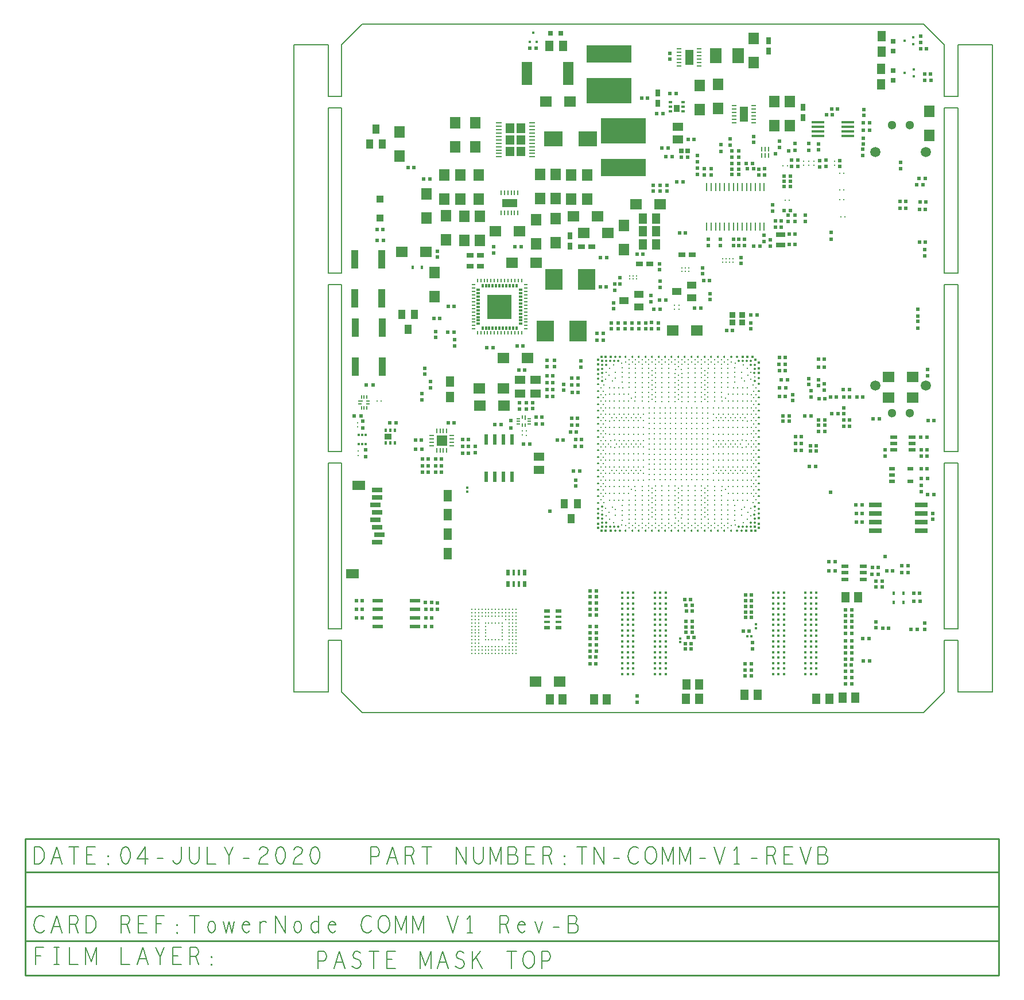
<source format=gbr>
G04 ================== begin FILE IDENTIFICATION RECORD ==================*
G04 Layout Name:  E:/CAD/CAD/FACEBOOK/COM V1/WORK/22-12-20/COM_V1_P2_21-12-2020_4.brd*
G04 Film Name:    COM_V1_P2-PT.gbr*
G04 File Format:  Gerber RS274X*
G04 File Origin:  Cadence Allegro 16.6-2015-S108*
G04 Origin Date:  Fri Dec 25 11:50:56 2020*
G04 *
G04 Layer:  DRAWING FORMAT/FILM_LABEL_OUTLINE*
G04 Layer:  PIN/PASTEMASK_TOP*
G04 Layer:  PACKAGE GEOMETRY/PASTEMASK_TOP*
G04 Layer:  BOARD GEOMETRY/OUTLINE*
G04 *
G04 Offset:    (0.000 0.000)*
G04 Mirror:    No*
G04 Mode:      Positive*
G04 Rotation:  0*
G04 FullContactRelief:  No*
G04 UndefLineWidth:     6.000*
G04 ================== end FILE IDENTIFICATION RECORD ====================*
%FSLAX55Y55*MOIN*%
%IR0*IPPOS*OFA0.00000B0.00000*MIA0B0*SFA1.00000B1.00000*%
%ADD31R,.021X.007*%
%ADD29R,.007X.021*%
%AMMACRO52*
4,1,22,-.015709,-.0045,
-.015709,.0045,
.011193,.0045,
.011975,.004435,
.012733,.004235,
.013446,.003907,
.01409,.00346,
.014647,.002908,
.0151,.002267,
.015435,.001558,
.015641,.000801,
.015713,.00002,
.015648,-.000762,
.015448,-.001521,
.01512,-.002233,
.014672,-.002878,
.01412,-.003435,
.01348,-.003887,
.01277,-.004222,
.012013,-.004428,
.011232,-.0045,
.011193,-.0045,
-.015709,-.0045,
0.0*
%
%ADD52MACRO52*%
%ADD79R,.106X.087*%
%ADD32R,.14X.14*%
%ADD51R,.059X.138*%
%ADD68C,.009055*%
%ADD22C,.009449*%
%ADD42R,.023622X.007874*%
%ADD43R,.007874X.023622*%
%ADD33R,.03937X.108268*%
%ADD74R,.009843X.051575*%
%ADD41R,.007874X.007874*%
%ADD27R,.1X.12*%
%ADD91R,.008661X.027559*%
%ADD38O,.007874X.029528*%
%ADD39O,.029528X.007874*%
%ADD77R,.26X.1*%
%ADD28R,.012X.02*%
%ADD45R,.027559X.007874*%
%ADD30R,.02X.012*%
%ADD61O,.0135X.01*%
%ADD44R,.007874X.027559*%
%ADD40R,.04X.03*%
%ADD80R,.03X.04*%
%ADD64O,.01X.0135*%
%ADD75R,.02X.016*%
%ADD78R,.26X.15*%
%ADD24R,.016X.02*%
%ADD72R,.027X.011*%
%ADD36R,.06X.05*%
%ADD21R,.017X.012*%
%ADD85R,.012X.017*%
%ADD49R,.011X.027*%
%ADD35R,.05X.06*%
%ADD10R,.07X.06*%
%AMMACRO53*
4,1,22,.015709,.0045,
.015709,-.0045,
-.011193,-.0045,
-.011975,-.004435,
-.012733,-.004235,
-.013446,-.003907,
-.01409,-.00346,
-.014647,-.002908,
-.0151,-.002267,
-.015435,-.001558,
-.015641,-.000801,
-.015713,-.00002,
-.015648,.000762,
-.015448,.001521,
-.01512,.002233,
-.014672,.002878,
-.01412,.003435,
-.01348,.003887,
-.01277,.004222,
-.012013,.004428,
-.011232,.0045,
-.011193,.0045,
.015709,.0045,
0.0*
%
%ADD53MACRO53*%
%ADD34R,.06X.07*%
%ADD76R,.038X.041*%
%ADD63C,.011*%
%ADD18R,.045X.07*%
%ADD69R,.037X.033*%
%ADD62C,.012*%
%ADD25R,.041X.038*%
%ADD65C,.013*%
%ADD92R,.075X.015*%
%ADD60C,.014*%
%ADD46R,.0118X.0181*%
%ADD14R,.059X.051*%
%ADD84R,.076X.025*%
%ADD71R,.065X.09*%
%ADD59C,.016*%
%ADD57R,.051X.059*%
%ADD50R,.091X.047*%
%ADD73R,.047X.091*%
%ADD70R,.055X.039*%
%ADD16R,.075X.055*%
%ADD47R,.0248X.02205*%
%ADD26R,.039X.055*%
%ADD13R,.02X.02*%
%ADD48R,.02205X.0248*%
%ADD15R,.059X.028*%
%ADD82R,.031X.031*%
%ADD17R,.075X.058*%
%ADD93R,.016142X.011811*%
%ADD55R,.011811X.016142*%
%ADD88C,.051181*%
%ADD81R,.028X.028*%
%ADD56R,.024402X.024402*%
%ADD19R,.023622X.035433*%
%ADD66R,.035433X.023622*%
%ADD37R,.061024X.061024*%
%ADD89C,.059055*%
%ADD54R,.043307X.043307*%
%ADD58C,.015748*%
%ADD83R,.03937X.021654*%
%ADD20R,.015748X.035433*%
%ADD67R,.035433X.015748*%
%ADD11R,.023622X.059843*%
%ADD12R,.059843X.023622*%
%ADD86R,.037402X.019685*%
%ADD90R,.055118X.027559*%
%ADD87R,.03937X.019685*%
%ADD23R,.015748X.019685*%
%ADD94C,.005*%
%ADD95C,.006*%
%ADD96C,.01*%
G75*
%LPD*%
G75*
G36*
G01X101524Y336613D02*
Y342124D01*
X106642D01*
Y336613D01*
X101524D01*
G37*
G36*
G01X95225D02*
Y342124D01*
X100343D01*
Y336613D01*
X95225D01*
G37*
G36*
G01Y323227D02*
Y328739D01*
X100343D01*
Y323227D01*
X95225D01*
G37*
G36*
G01X101524D02*
Y328739D01*
X106642D01*
Y323227D01*
X101524D01*
G37*
G36*
G01X95225Y329920D02*
Y335432D01*
X100343D01*
Y329920D01*
X95225D01*
G37*
G36*
G01X101524D02*
Y335432D01*
X106642D01*
Y329920D01*
X101524D01*
G37*
G54D10*
X112729Y17855D03*
X94094Y178154D03*
X80094D03*
X94025Y188177D03*
X80025D03*
X107753Y205904D03*
X93753D03*
X112989Y261376D03*
X98989D03*
X103224Y279468D03*
X89224D03*
X34752Y267540D03*
X48752D03*
X126729Y17855D03*
X206310Y222114D03*
X192310D03*
X148516Y288302D03*
X134516D03*
X118458Y354900D03*
X132458D03*
X184806Y295447D03*
X170806D03*
X154597Y278750D03*
X140597D03*
X331602Y182942D03*
X317602D03*
X331714Y195109D03*
X317714D03*
G54D11*
X98963Y136914D03*
X93963D03*
X88963D03*
X83963D03*
X88963Y158489D03*
X83963D03*
X98963D03*
X93963D03*
G54D20*
X103036Y74592D03*
X99886D03*
Y81284D03*
X103036D03*
G54D12*
X42598Y49982D03*
X21023D03*
X42598Y54982D03*
X21023D03*
X42598Y59982D03*
X21023D03*
X42598Y64982D03*
X21023D03*
G54D21*
X73066Y130591D03*
Y128407D03*
X196477Y43020D03*
Y40836D03*
X240451Y51241D03*
Y49057D03*
G54D30*
X79331Y233707D03*
Y235676D03*
Y231739D03*
X103937Y241582D03*
Y235676D03*
Y239613D03*
Y233707D03*
Y231739D03*
X79331Y243550D03*
Y241582D03*
Y239613D03*
Y227802D03*
Y229770D03*
X103937Y243550D03*
Y227802D03*
Y229770D03*
X79331Y225833D03*
X103937D03*
Y237645D03*
X79331D03*
X103937Y245519D03*
X79331D03*
G54D13*
X50336Y139702D03*
X46836D03*
X57936D03*
X54436D03*
X11992Y64982D03*
X8492D03*
X12000Y59982D03*
X8500D03*
X12060Y54981D03*
X8560D03*
X52236Y63877D03*
X48736D03*
X48761Y59990D03*
X52261D03*
X52206Y49928D03*
X48706D03*
X52266Y55019D03*
X48766D03*
X55424Y63520D03*
Y60020D03*
X109134Y155976D03*
X105634D03*
X28031Y168139D03*
X31531D03*
X50336Y147261D03*
X46836D03*
X57936Y147210D03*
X54436D03*
X92508Y167135D03*
X89008D03*
X46391Y158348D03*
X42891D03*
X46418Y152916D03*
X42918D03*
X73682Y150655D03*
X70182D03*
X77695Y154468D03*
Y150968D03*
X50336Y143202D03*
X46836D03*
X57936D03*
X54436D03*
X73682Y154671D03*
X70182D03*
X65344Y168235D03*
X61844D03*
X73638Y158742D03*
X70138D03*
X112918Y167607D03*
X112815Y171666D03*
X102756Y199092D03*
X106256D03*
X84313Y212023D03*
X87813D03*
X65548Y216618D03*
Y213118D03*
X105366Y212886D03*
X101866D03*
X54570Y221416D03*
Y217916D03*
X65103Y220822D03*
X61603D03*
X65408Y235937D03*
X61908D03*
X53532Y228983D03*
X57032D03*
X98298Y165244D03*
Y169766D03*
X103379Y176378D03*
Y179878D03*
X110865Y176494D03*
Y179994D03*
X107309Y179878D03*
Y176378D03*
X46668Y181626D03*
Y185126D03*
X48273Y199959D03*
Y196459D03*
X24103Y274330D03*
X20603D03*
X38484Y316676D03*
X41984D03*
X55675Y268047D03*
Y264546D03*
X20575Y280659D03*
X24075D03*
X47638Y309809D03*
X51138D03*
X88127Y266981D03*
Y270481D03*
X100721Y270666D03*
X104221D03*
X234342Y21240D03*
X171664Y9590D03*
Y6090D03*
X203536Y49729D03*
X200036D03*
X204709Y43505D03*
X201209D03*
X144179Y28426D03*
X147679D03*
X144311Y49801D03*
X147811D03*
X234342Y28274D03*
Y24653D03*
X234534Y61568D03*
Y55187D03*
Y58350D03*
X234479Y64896D03*
Y68168D03*
X144315Y60038D03*
X147815D03*
X203536Y46620D03*
X200036D03*
X202622Y65717D03*
X199122D03*
X203536Y52892D03*
X200036D03*
X144315Y35698D03*
X147815D03*
X203536Y62382D03*
X200036D03*
X203591Y59054D03*
X200091D03*
X144315Y56573D03*
X147815D03*
X144315Y39408D03*
X147815D03*
X144315Y70588D03*
X147815D03*
X144315Y67123D03*
X147815D03*
X144315Y42898D03*
X147815D03*
X144315Y46389D03*
X147815D03*
X144315Y63658D03*
X147815D03*
X144216Y32313D03*
X147716D03*
X199453Y36870D03*
X202953D03*
X202972Y40010D03*
X199472D03*
X233226Y47415D03*
X134714Y140415D03*
X138214D03*
X135886Y131541D03*
Y135041D03*
X121029Y117098D03*
X125234Y158176D03*
X128734D03*
X119234Y183576D03*
X122734D03*
X119234Y187576D03*
X122734D03*
X119234Y191576D03*
X122734D03*
X133492Y166824D03*
X136992D03*
X132764Y162835D03*
X136264D03*
X137074Y170820D03*
X133574D03*
X139210Y154716D03*
X135710D03*
X139321Y158506D03*
X135821D03*
X137257Y186040D03*
X133757D03*
X137243Y190127D03*
X133743D03*
X128952Y187211D03*
Y190711D03*
X116418Y167607D03*
X116315Y171666D03*
X119234Y195576D03*
X122734D03*
X119397Y204615D03*
Y201115D03*
X123537Y204615D03*
Y201115D03*
X137243Y194228D03*
X133743D03*
X138838Y204217D03*
Y200717D03*
X183928Y226448D03*
Y222948D03*
X184934Y250576D03*
Y247076D03*
X179928Y226499D03*
Y222999D03*
X156526Y226379D03*
Y222879D03*
X160526Y226379D03*
Y222879D03*
X172526Y226379D03*
Y222879D03*
X176526Y226379D03*
Y222879D03*
X168526Y226379D03*
Y222879D03*
X164526Y226379D03*
Y222879D03*
X213734Y250876D03*
X210234D03*
X209734Y254876D03*
Y258376D03*
X161734Y252476D03*
Y248976D03*
X184534Y260676D03*
Y257176D03*
X223434Y221937D03*
X226934D03*
X181374Y234424D03*
X184874D03*
X158704Y248939D03*
Y245439D03*
X184732Y239759D03*
X188232D03*
X213990Y239842D03*
Y243342D03*
X231826Y260803D03*
X157928Y234481D03*
Y237981D03*
X179738Y242264D03*
Y238764D03*
X204969Y235114D03*
X208469D03*
X148371Y220175D03*
X151871D03*
X148330Y216164D03*
X151830D03*
X153684Y247270D03*
X150184D03*
X201108Y332798D03*
X204608D03*
X206700Y320034D03*
Y323534D03*
X214731Y312301D03*
Y315801D03*
X219906Y271306D03*
Y274806D03*
X227546D03*
Y271306D03*
X153812Y264292D03*
X150312D03*
X171534Y266276D03*
X175034D03*
X189034Y306376D03*
Y302876D03*
X185034Y306376D03*
Y302876D03*
X180934Y306376D03*
Y302876D03*
X182934Y347976D03*
X186434D03*
X177584Y356876D03*
X174084D03*
X210452Y312361D03*
Y315861D03*
X212962Y274869D03*
Y271369D03*
X233979Y274806D03*
Y271306D03*
X230726Y274860D03*
Y271360D03*
X194226Y359604D03*
X190726D03*
X206697Y316148D03*
Y312648D03*
X190510Y379491D03*
X231826Y264303D03*
X188288Y322832D03*
X191788D03*
X189488Y327963D03*
X185988D03*
X190510Y382991D03*
X296090Y20365D03*
X292590D03*
X296090Y16657D03*
X292590D03*
X237842Y21240D03*
X340031Y141729D03*
X336531D03*
X340302Y126738D03*
X343802D03*
X296141Y45985D03*
X292641D03*
X296141Y49454D03*
X292641D03*
X296141Y52904D03*
X292641D03*
X296141Y56329D03*
X292641D03*
X296141Y59677D03*
X292641D03*
X296090Y41571D03*
X292590D03*
X296090Y38017D03*
X292590D03*
X296090Y34563D03*
X292590D03*
X296090Y31054D03*
X292590D03*
X296090Y24010D03*
X292590D03*
X237842Y28274D03*
Y24653D03*
X238034Y61568D03*
Y55187D03*
Y58350D03*
X237979Y64896D03*
Y68168D03*
X283002Y87663D03*
X286502D03*
X283010Y82328D03*
X286510D03*
X308067Y80129D03*
X311567D03*
X328784Y85421D03*
X325284D03*
X336574Y128447D03*
Y131947D03*
X306110Y43089D03*
X302610D03*
X302320Y110506D03*
X298820D03*
X292575Y27510D03*
X296075D03*
X302920Y30111D03*
X306420D03*
X238527Y37041D03*
Y40541D03*
X236726Y47415D03*
X343375Y112148D03*
Y115648D03*
X298667Y120629D03*
X302167D03*
X310320Y76318D03*
Y72818D03*
X302321Y115645D03*
X298821D03*
X332118Y69290D03*
X335618D03*
X314011Y76318D03*
Y72818D03*
X340199Y136029D03*
X336699D03*
X328788Y81392D03*
X325288D03*
X319940Y82199D03*
X316440D03*
X308084Y84144D03*
X311584D03*
X338574Y48414D03*
Y51914D03*
X310376Y52732D03*
Y49232D03*
X317727Y49107D03*
X314227D03*
X330639Y48237D03*
X334139D03*
X315432Y90579D03*
X284076Y127835D03*
X257734Y183676D03*
X254234D03*
X344056Y169553D03*
X340556D03*
X302594Y183200D03*
X299094D03*
X287328Y183220D03*
X283828D03*
X280122Y187423D03*
Y190923D03*
X294860Y187552D03*
X291360D03*
X272428Y172180D03*
X268928D03*
X275151Y143096D03*
X271651D03*
X266920Y156236D03*
X263420D03*
X266982Y152146D03*
X263482D03*
X266956Y160322D03*
X263456D03*
X272242Y154928D03*
X275742D03*
X261888Y184672D03*
Y181172D03*
X272514Y183416D03*
Y186916D03*
X276841Y193305D03*
Y189805D03*
X291428Y183213D03*
X294928D03*
X291435Y176964D03*
Y173464D03*
X284595Y173465D03*
X288095D03*
X271281Y194116D03*
Y190616D03*
X291469Y166130D03*
X294969D03*
X257809Y188752D03*
X254309D03*
X336591Y149039D03*
Y152539D03*
X308631Y170677D03*
X312131D03*
X275738Y151802D03*
X272238D03*
X280510Y163261D03*
X277010D03*
X280510Y166838D03*
X277010D03*
X280510Y169871D03*
X277010D03*
X294975Y169933D03*
X291475D03*
X277221Y182175D03*
X280721D03*
X339828Y152544D03*
Y149044D03*
X336330Y160041D03*
X339830D03*
X315596Y152567D03*
Y149067D03*
X280266Y200536D03*
X276766D03*
X280266Y205165D03*
X276766D03*
X255362Y193300D03*
X258862D03*
X254206Y198767D03*
X257706D03*
X254021Y202262D03*
X257521D03*
X254080Y206203D03*
X257580D03*
X340379Y199262D03*
Y195762D03*
X237660Y222789D03*
Y226289D03*
X241221Y230898D03*
X237720D03*
X256396Y169240D03*
X259896D03*
X256376Y172271D03*
X259876D03*
X335388Y310210D03*
X338888D03*
X338640Y268924D03*
Y265424D03*
X335432Y273121D03*
X338932D03*
X245333Y277158D03*
Y273658D03*
X245627Y312332D03*
Y315832D03*
X239370Y270986D03*
X242870D03*
X338563Y370977D03*
X342063D03*
X254355Y331857D03*
Y328357D03*
X306490Y338233D03*
X302990D03*
X306542Y342532D03*
X303042D03*
X239330Y334690D03*
Y331190D03*
X303188Y350411D03*
Y346911D03*
X302996Y330274D03*
Y333774D03*
X302515Y327170D03*
Y323670D03*
X248888Y274486D03*
Y270986D03*
X242308Y312243D03*
Y315743D03*
X342087Y367343D03*
X338587D03*
X284528Y350611D03*
X288028D03*
X263370Y278010D03*
X259870D03*
X263361Y272111D03*
X259861D03*
X281532Y347377D03*
X285032D03*
X339318Y296751D03*
X335818D03*
X327704Y296957D03*
X324204D03*
X333968Y306514D03*
X337468D03*
X338958Y292178D03*
X335458D03*
X327704Y292846D03*
X324204D03*
X235024Y319035D03*
X238524D03*
X259494Y326158D03*
X252040Y324778D03*
X255292Y282001D03*
X251792D03*
X324458Y316016D03*
Y319516D03*
X255272Y285597D03*
X251772D03*
X289347Y317253D03*
Y320753D03*
X260549Y311695D03*
X257049D03*
X263100Y285422D03*
Y288922D03*
X250204Y294935D03*
Y291435D03*
X260549Y291772D03*
X257049D03*
X259114Y285422D03*
Y288922D03*
X257049Y308522D03*
X260549D03*
X276984Y326858D03*
Y330358D03*
X281287Y320801D03*
Y317301D03*
X336257Y389292D03*
Y392792D03*
X339730Y385673D03*
X336230D03*
G54D40*
X74634Y259276D03*
X80634D03*
X74434Y265776D03*
X80434D03*
X172934Y260676D03*
X178934D03*
X145134Y270476D03*
X139134D03*
X197603Y265851D03*
X203603D03*
G54D22*
X101132Y59924D03*
Y57956D03*
Y55987D03*
Y54019D03*
Y52050D03*
Y50082D03*
Y48113D03*
Y46145D03*
Y44176D03*
Y42208D03*
Y40239D03*
Y38271D03*
Y36302D03*
Y34334D03*
X99164Y59924D03*
Y57956D03*
Y55987D03*
Y54019D03*
Y52050D03*
Y50082D03*
Y48113D03*
Y46145D03*
Y44176D03*
Y42208D03*
Y40239D03*
Y38271D03*
Y36302D03*
Y34334D03*
X97194Y59924D03*
Y57956D03*
Y55987D03*
Y54019D03*
Y52050D03*
Y50082D03*
Y48113D03*
Y46145D03*
Y44176D03*
Y42208D03*
Y40239D03*
Y38271D03*
Y36302D03*
Y34334D03*
X95227Y59924D03*
Y57956D03*
Y55987D03*
Y54019D03*
Y38271D03*
Y36302D03*
Y34334D03*
X93258Y59924D03*
Y57956D03*
Y55987D03*
Y52050D03*
Y50082D03*
Y48113D03*
Y46145D03*
Y44176D03*
Y42208D03*
Y38271D03*
Y36302D03*
Y34334D03*
X91290Y59924D03*
Y57956D03*
Y55987D03*
Y52050D03*
Y42208D03*
Y38271D03*
Y36302D03*
Y34334D03*
X89320Y59924D03*
Y57956D03*
Y55987D03*
Y52050D03*
Y42208D03*
Y38271D03*
Y36302D03*
Y34334D03*
X87353Y59924D03*
Y57956D03*
Y55987D03*
Y52050D03*
Y42208D03*
Y38271D03*
Y36302D03*
Y34334D03*
X85384Y59924D03*
Y57956D03*
Y55987D03*
Y52050D03*
Y42208D03*
Y38271D03*
Y36302D03*
Y34334D03*
X83416Y59924D03*
Y57956D03*
Y55987D03*
Y52050D03*
Y50082D03*
Y48113D03*
Y46145D03*
Y44176D03*
Y42208D03*
Y38271D03*
Y36302D03*
Y34334D03*
X81446Y59924D03*
Y57956D03*
Y55987D03*
Y38271D03*
Y36302D03*
Y34334D03*
X79479Y59924D03*
Y57956D03*
Y55987D03*
Y54019D03*
Y52050D03*
Y50082D03*
Y48113D03*
Y46145D03*
Y44176D03*
Y42208D03*
Y40239D03*
Y38271D03*
Y36302D03*
Y34334D03*
X77509Y59924D03*
Y57956D03*
Y55987D03*
Y54019D03*
Y52050D03*
Y50082D03*
Y48113D03*
Y46145D03*
Y44176D03*
Y42208D03*
Y40239D03*
Y38271D03*
Y36302D03*
Y34334D03*
X75542Y59924D03*
Y57956D03*
Y55987D03*
Y54019D03*
Y52050D03*
Y50082D03*
Y48113D03*
Y46145D03*
Y44176D03*
Y42208D03*
Y40239D03*
Y38271D03*
Y36302D03*
Y34334D03*
X199534Y258160D03*
X201502D03*
X199534Y256191D03*
X201502D03*
X197565D03*
Y258160D03*
X169334Y253760D03*
X171302D03*
X169334Y251791D03*
X171302D03*
X167365D03*
Y253760D03*
G54D31*
X76494Y232722D03*
Y234692D03*
Y236659D03*
X106774Y240596D03*
Y238629D03*
Y236659D03*
Y234692D03*
Y232722D03*
X76494Y242566D03*
Y240596D03*
Y238629D03*
Y224848D03*
Y248470D03*
Y230755D03*
Y228785D03*
Y222881D03*
Y226818D03*
X106774Y222881D03*
Y226818D03*
Y224848D03*
Y242566D03*
Y244534D03*
Y246503D03*
Y248470D03*
Y228785D03*
Y230755D03*
X76494Y246503D03*
Y244534D03*
G54D23*
X46698Y258651D03*
X41186D03*
X326226Y69261D03*
X320714D03*
X326192Y63846D03*
X320680D03*
G54D50*
X97434Y296076D03*
G54D14*
X114562Y140976D03*
Y148456D03*
X195276Y332798D03*
Y340278D03*
G54D41*
X107306Y163457D03*
Y161094D03*
X104773Y161134D03*
Y163496D03*
X9263Y168224D03*
Y165862D03*
X9615Y149451D03*
Y151814D03*
X20689Y180934D03*
X23051D03*
X195864Y236492D03*
Y234130D03*
X193165Y236492D03*
Y234129D03*
X271306Y317870D03*
Y320232D03*
X268245Y317870D03*
Y320232D03*
X289294Y303612D03*
X291657D03*
X289294Y297807D03*
X291657D03*
X289294Y313336D03*
X291657D03*
X289995Y287956D03*
X292358D03*
X274312Y317870D03*
Y320232D03*
X259980Y297704D03*
X257618D03*
X286247Y317870D03*
Y320232D03*
X258756Y317480D03*
X256393D03*
G54D32*
X91634Y235676D03*
G54D15*
X19704Y120628D03*
Y111966D03*
X20491Y98974D03*
Y129289D03*
Y124958D03*
Y107635D03*
Y116297D03*
X22066Y103305D03*
G54D60*
X149056Y115547D03*
Y118197D03*
X151325Y110279D03*
X151385Y112615D03*
X151392Y114951D03*
X151378Y119623D03*
X153711Y107893D03*
X153661Y110229D03*
X156047Y107953D03*
X158979Y105624D03*
X158383Y107960D03*
X161629Y105624D03*
X160716Y107859D03*
X229507Y105624D03*
X230419Y107859D03*
X232157Y105624D03*
X232753Y107960D03*
X149056Y193949D03*
Y196599D03*
X151378Y192523D03*
X151392Y197195D03*
X151385Y199531D03*
X151325Y201867D03*
X153661Y201917D03*
X153711Y204253D03*
X156047Y204193D03*
X158383Y204186D03*
X158979Y206522D03*
X160716Y204287D03*
X161629Y206522D03*
X226338D03*
X230419Y204287D03*
X229738Y206522D03*
X232753Y204186D03*
X235089Y107953D03*
X237425Y107893D03*
X237475Y110229D03*
X239811Y110279D03*
X239751Y112615D03*
X239744Y114951D03*
X239758Y119623D03*
X242080Y115547D03*
Y118197D03*
X235089Y204193D03*
X237475Y201917D03*
X237425Y204253D03*
X239758Y192523D03*
X239744Y197195D03*
X239751Y199531D03*
X239811Y201867D03*
X242080Y190860D03*
Y194451D03*
G54D24*
X30790Y163822D03*
Y156656D03*
X25672Y163822D03*
X28231D03*
Y156656D03*
X25672D03*
G54D33*
X7980Y201072D03*
Y223710D03*
X23728Y201072D03*
Y223710D03*
X23321Y263200D03*
Y240562D03*
X7573Y263200D03*
Y240562D03*
G54D42*
X108807Y170744D03*
Y169169D03*
Y167594D03*
X102508D03*
Y169169D03*
Y170744D03*
X15369Y180972D03*
Y179397D03*
X10645D03*
G54D51*
X107581Y371399D03*
X131596D03*
G54D16*
X6121Y80549D03*
G54D70*
X172722Y243004D03*
X164022Y239254D03*
X172722Y235504D03*
X203390Y248302D03*
X194690Y244552D03*
X203390Y240802D03*
G54D25*
X27050Y160239D03*
G54D34*
X53871Y255733D03*
Y241733D03*
X77608Y342687D03*
Y328687D03*
X115092Y312557D03*
Y298557D03*
X68880Y298304D03*
Y312304D03*
X79468Y298304D03*
Y312304D03*
X60553Y274661D03*
Y288661D03*
X80290Y274352D03*
Y288352D03*
X49143Y287408D03*
Y301408D03*
X71347Y288352D03*
Y274352D03*
X59526Y298407D03*
Y312407D03*
X33470Y337311D03*
Y323311D03*
X113000Y286433D03*
Y272433D03*
X65994Y342584D03*
Y328584D03*
X207748Y364238D03*
Y350238D03*
X124298Y312456D03*
Y298456D03*
X133200Y312354D03*
Y298354D03*
X142507Y312354D03*
Y298354D03*
X124356Y286792D03*
Y272792D03*
X163813Y283076D03*
Y269076D03*
X218501Y365094D03*
Y351094D03*
X341125Y349370D03*
Y335370D03*
X251240Y354932D03*
Y340932D03*
X260184Y355034D03*
Y341034D03*
X239280Y377777D03*
Y391777D03*
G54D61*
X149056Y121639D03*
Y125465D03*
Y129291D03*
Y133117D03*
Y136943D03*
Y140769D03*
Y144595D03*
Y148421D03*
Y152247D03*
Y156073D03*
Y159899D03*
Y163725D03*
Y167551D03*
Y171377D03*
Y175203D03*
Y179029D03*
Y182855D03*
Y186681D03*
Y190507D03*
X242080Y121639D03*
Y125465D03*
Y129291D03*
Y133117D03*
Y136943D03*
Y140769D03*
Y144595D03*
Y148421D03*
Y152247D03*
Y156073D03*
Y159899D03*
Y163725D03*
Y167551D03*
Y171377D03*
Y175203D03*
Y179029D03*
Y182855D03*
Y186681D03*
G54D43*
X106445Y166807D03*
X104870D03*
Y171531D03*
X11432Y183334D03*
X13007D03*
X14582D03*
Y177035D03*
X13007D03*
X11432D03*
G54D52*
X91191Y330707D03*
Y332676D03*
Y334644D03*
Y336613D03*
Y338581D03*
Y340550D03*
Y342518D03*
Y328739D03*
Y324802D03*
Y322833D03*
Y326770D03*
G54D17*
X10058Y131927D03*
G54D26*
X34746Y231389D03*
X38496Y222689D03*
X42246Y231389D03*
X19934Y338921D03*
X16184Y330221D03*
X23684D03*
X136846Y121312D03*
X129346D03*
X133096Y112612D03*
G54D71*
X230081Y381751D03*
X217089D03*
G54D62*
X151357Y117287D03*
X153666Y114420D03*
X153406Y118462D03*
X155557Y112125D03*
X155259Y116259D03*
X155535Y123367D03*
X155658Y127267D03*
X155660Y131167D03*
Y135067D03*
Y138796D03*
X157194Y119380D03*
X156911Y140769D03*
X157852Y110235D03*
X158947Y114478D03*
Y117836D03*
X158335Y123367D03*
X158311Y127267D03*
Y131167D03*
Y135067D03*
Y138899D03*
X161065Y123367D03*
X161111Y127267D03*
Y131167D03*
Y135067D03*
Y138899D03*
X159711Y140769D03*
X162862Y111751D03*
Y114551D03*
Y117351D03*
Y120151D03*
X163401Y123367D03*
X162511Y140769D03*
X163911Y127267D03*
Y131167D03*
Y135067D03*
Y138899D03*
X165311Y140769D03*
X166762Y112226D03*
Y114879D03*
Y117679D03*
Y120479D03*
Y123279D03*
X166672Y127267D03*
X166711Y131167D03*
Y135067D03*
Y138899D03*
X168344Y129496D03*
X168111Y140769D03*
X170662Y112228D03*
Y114879D03*
Y117679D03*
Y120479D03*
Y123279D03*
Y126079D03*
Y128879D03*
X170190Y131167D03*
X169511Y135067D03*
Y138899D03*
X170911Y140769D03*
X172311Y135067D03*
Y138899D03*
X174562Y112228D03*
Y114879D03*
Y117679D03*
Y120479D03*
Y123279D03*
Y126079D03*
Y128879D03*
Y131251D03*
X175111Y135067D03*
Y138899D03*
X173711Y140769D03*
X178290Y112228D03*
X178394Y114879D03*
Y117679D03*
Y120479D03*
Y123279D03*
Y126079D03*
Y128879D03*
Y131679D03*
X180264Y113479D03*
Y116279D03*
Y119079D03*
Y121879D03*
Y124679D03*
Y127479D03*
Y130279D03*
X182237Y112228D03*
X182134Y114879D03*
Y117679D03*
Y120479D03*
Y123279D03*
Y126079D03*
Y128879D03*
Y131679D03*
X185966Y112228D03*
Y114879D03*
Y117679D03*
Y120479D03*
Y123279D03*
Y126079D03*
Y128879D03*
Y131679D03*
X189866Y112228D03*
Y114879D03*
Y117679D03*
Y120479D03*
Y123279D03*
Y126079D03*
Y128879D03*
Y131679D03*
X193746Y112787D03*
X193501Y115111D03*
X193698Y117679D03*
Y120479D03*
Y123279D03*
Y126079D03*
Y128879D03*
Y131679D03*
X195568Y116279D03*
Y119079D03*
Y121879D03*
Y124679D03*
Y127479D03*
Y130279D03*
X197390Y112787D03*
X197635Y115111D03*
X197438Y117679D03*
Y120479D03*
Y123279D03*
Y126079D03*
Y128879D03*
Y131679D03*
X201270Y112228D03*
Y114879D03*
Y117679D03*
Y120479D03*
Y123279D03*
Y126079D03*
Y128879D03*
Y131679D03*
X205170Y112228D03*
Y114879D03*
Y117679D03*
Y120479D03*
Y123279D03*
Y126079D03*
Y128879D03*
Y131679D03*
X208899Y112228D03*
X209002Y114879D03*
Y117679D03*
Y120479D03*
Y123279D03*
Y126079D03*
Y128879D03*
Y131679D03*
X210872Y113479D03*
Y116279D03*
Y119079D03*
Y121879D03*
Y124679D03*
Y127479D03*
Y130279D03*
X212845Y112228D03*
X212742Y114879D03*
Y117679D03*
Y120479D03*
Y123279D03*
Y126079D03*
Y128879D03*
Y131679D03*
X216574Y112228D03*
Y114879D03*
Y117679D03*
Y120479D03*
Y123279D03*
Y126079D03*
Y128879D03*
Y131251D03*
X216025Y135067D03*
Y138899D03*
X217425Y140769D03*
X218825Y135067D03*
Y138899D03*
X220474Y112228D03*
Y114879D03*
Y117679D03*
Y120479D03*
Y123279D03*
Y126079D03*
Y128879D03*
X220946Y131167D03*
X221625Y135067D03*
Y138899D03*
X220225Y140769D03*
X222792Y129496D03*
X223025Y140769D03*
X224374Y112226D03*
Y114879D03*
Y117679D03*
Y120479D03*
Y123279D03*
X224464Y127267D03*
X224425Y131167D03*
Y135067D03*
Y138899D03*
X227225Y127267D03*
Y131167D03*
Y135067D03*
Y138899D03*
X225825Y140769D03*
X228274Y111751D03*
Y114551D03*
Y117351D03*
Y120151D03*
X227735Y123367D03*
X228625Y140769D03*
X230071Y123367D03*
X230025Y127267D03*
Y131167D03*
Y135067D03*
Y138899D03*
X231425Y140769D03*
X233284Y110235D03*
X232189Y114478D03*
Y117836D03*
X232801Y123367D03*
X232825Y127267D03*
Y131167D03*
Y135067D03*
Y138899D03*
X233942Y119380D03*
X234225Y140769D03*
X151357Y194859D03*
X153406Y193684D03*
X153666Y197726D03*
X155660Y142742D03*
Y146471D03*
Y150371D03*
Y161775D03*
Y165675D03*
Y169404D03*
Y173350D03*
Y177079D03*
Y180979D03*
X155658Y184879D03*
X155535Y188779D03*
X155259Y195887D03*
X155557Y200021D03*
X156219Y154251D03*
Y157895D03*
X156911Y171377D03*
X157194Y192766D03*
X158311Y142639D03*
Y146471D03*
Y150371D03*
X158542Y154006D03*
Y158140D03*
X158311Y161775D03*
Y165675D03*
Y169507D03*
Y173247D03*
Y177079D03*
Y180979D03*
Y184879D03*
X158335Y188779D03*
X158947Y194310D03*
Y197668D03*
X157852Y201911D03*
X161111Y142639D03*
Y146471D03*
Y150371D03*
Y154203D03*
X159711Y156073D03*
X161111Y157943D03*
Y161775D03*
Y165675D03*
Y169507D03*
X159711Y171377D03*
X161111Y173247D03*
Y177079D03*
Y180979D03*
Y184879D03*
X161065Y188779D03*
X162511Y156073D03*
Y171377D03*
X163401Y188779D03*
X162862Y191995D03*
Y194795D03*
Y197595D03*
Y200395D03*
X163911Y142639D03*
Y146471D03*
Y150371D03*
Y154203D03*
X165311Y156073D03*
X163911Y157943D03*
Y161775D03*
Y165675D03*
Y169507D03*
X165311Y171377D03*
X163911Y173247D03*
Y177079D03*
Y180979D03*
Y184879D03*
X166711Y142639D03*
Y146471D03*
Y150371D03*
Y154203D03*
Y157943D03*
Y161775D03*
Y165675D03*
Y169507D03*
Y173247D03*
Y177079D03*
Y180979D03*
X166672Y184879D03*
X166762Y188867D03*
Y191667D03*
Y194467D03*
Y197267D03*
Y199920D03*
X168111Y156073D03*
Y171377D03*
X168344Y182650D03*
X169511Y142639D03*
Y146471D03*
Y150371D03*
Y154203D03*
X170911Y156073D03*
X169511Y157943D03*
Y161775D03*
Y165675D03*
Y169507D03*
X170911Y171377D03*
X169511Y173247D03*
Y177079D03*
X170190Y180979D03*
X170662Y183267D03*
Y186067D03*
Y188867D03*
Y191667D03*
Y194467D03*
Y197267D03*
Y199918D03*
X172311Y142639D03*
Y146471D03*
Y150371D03*
Y154203D03*
Y157943D03*
Y161775D03*
Y165675D03*
Y169507D03*
Y173247D03*
Y177079D03*
X175111Y142639D03*
Y146471D03*
Y150371D03*
Y154203D03*
X173711Y156073D03*
X175111Y157943D03*
Y161775D03*
Y165675D03*
Y169507D03*
X173711Y171377D03*
X175111Y173247D03*
Y177079D03*
X174562Y180895D03*
Y183267D03*
Y186067D03*
Y188867D03*
Y191667D03*
Y194467D03*
Y197267D03*
Y199918D03*
X178394Y180467D03*
Y183267D03*
Y186067D03*
Y188867D03*
Y191667D03*
Y194467D03*
Y197267D03*
X178290Y199918D03*
X180264Y181867D03*
Y184667D03*
Y187467D03*
Y190267D03*
Y193067D03*
Y195867D03*
Y198667D03*
X182134Y180467D03*
Y183267D03*
Y186067D03*
Y188867D03*
Y191667D03*
Y194467D03*
Y197267D03*
X182237Y199918D03*
X185966Y180467D03*
Y183267D03*
Y186067D03*
Y188867D03*
Y191667D03*
Y194467D03*
Y197267D03*
Y199918D03*
X189866Y180467D03*
Y183267D03*
Y186067D03*
Y188867D03*
Y191667D03*
Y194467D03*
Y197267D03*
Y199918D03*
X193698Y180467D03*
Y183267D03*
Y186067D03*
Y188867D03*
Y191667D03*
Y194467D03*
X193501Y197035D03*
X193746Y199359D03*
X195568Y181867D03*
Y184667D03*
Y187467D03*
Y190267D03*
Y193067D03*
Y195867D03*
X197438Y180467D03*
Y183267D03*
Y186067D03*
Y188867D03*
Y191667D03*
Y194467D03*
X197635Y197035D03*
X197390Y199359D03*
X201270Y180467D03*
Y183267D03*
Y186067D03*
Y188867D03*
Y191667D03*
Y194467D03*
Y197267D03*
Y199918D03*
X205170Y180467D03*
Y183267D03*
Y186067D03*
Y188867D03*
Y191667D03*
Y194467D03*
Y197267D03*
Y199918D03*
X209002Y180467D03*
Y183267D03*
Y186067D03*
Y188867D03*
Y191667D03*
Y194467D03*
Y197267D03*
X208899Y199918D03*
X210872Y181867D03*
Y184667D03*
Y187467D03*
Y190267D03*
Y193067D03*
Y195867D03*
Y198667D03*
X212742Y180467D03*
Y183267D03*
Y186067D03*
Y188867D03*
Y191667D03*
Y194467D03*
Y197267D03*
X212845Y199918D03*
X216025Y142639D03*
Y146471D03*
Y150371D03*
Y154203D03*
X217425Y156073D03*
X216025Y157943D03*
Y161775D03*
Y165675D03*
Y169507D03*
X217425Y171377D03*
X216025Y173247D03*
Y177079D03*
X216574Y180895D03*
Y183267D03*
Y186067D03*
Y188867D03*
Y191667D03*
Y194467D03*
Y197267D03*
Y199918D03*
X218825Y142639D03*
Y146471D03*
Y150371D03*
Y154203D03*
Y157943D03*
Y161775D03*
Y165675D03*
Y169507D03*
Y173247D03*
Y177079D03*
X221625Y142639D03*
Y146471D03*
Y150371D03*
Y154203D03*
X220225Y156073D03*
X221625Y157943D03*
Y161775D03*
Y165675D03*
Y169507D03*
X220225Y171377D03*
X221625Y173247D03*
Y177079D03*
X220946Y180979D03*
X220474Y183267D03*
Y186067D03*
Y188867D03*
Y191667D03*
Y194467D03*
Y197267D03*
Y199918D03*
X223025Y156073D03*
Y171377D03*
X222792Y182650D03*
X224425Y142639D03*
Y146471D03*
Y150371D03*
Y154203D03*
Y157943D03*
Y161775D03*
Y165675D03*
Y169507D03*
Y173247D03*
Y177079D03*
Y180979D03*
X224464Y184879D03*
X224374Y188867D03*
Y191667D03*
Y194467D03*
Y197267D03*
Y199920D03*
X227225Y142639D03*
Y146471D03*
Y150371D03*
Y154203D03*
X225825Y156073D03*
X227225Y157943D03*
Y161775D03*
Y165675D03*
Y169507D03*
X225825Y171377D03*
X227225Y173247D03*
Y177079D03*
Y180979D03*
Y184879D03*
X228625Y156073D03*
Y171377D03*
X227735Y188779D03*
X228274Y191995D03*
Y194795D03*
Y197595D03*
Y200395D03*
X230025Y142639D03*
Y146471D03*
Y150371D03*
Y154203D03*
X231425Y156073D03*
X230025Y157943D03*
Y161775D03*
Y165675D03*
Y169507D03*
X231425Y171377D03*
X230025Y173247D03*
Y177079D03*
Y180979D03*
Y184879D03*
X230071Y188779D03*
X232825Y142639D03*
Y146471D03*
Y150371D03*
X232593Y154006D03*
Y158140D03*
X232825Y161775D03*
Y165675D03*
Y169507D03*
Y173247D03*
Y177079D03*
Y180979D03*
Y184879D03*
X232801Y188779D03*
X232189Y194310D03*
Y197668D03*
X233284Y201911D03*
X234225Y171377D03*
X233942Y192766D03*
X235579Y112125D03*
X235877Y116259D03*
X235601Y123367D03*
X235478Y127267D03*
X235476Y131167D03*
Y135067D03*
Y138796D03*
X237469Y114420D03*
X237730Y118462D03*
X239779Y117287D03*
X234917Y154251D03*
Y157895D03*
X235476Y142742D03*
Y146471D03*
Y150371D03*
Y161775D03*
Y165675D03*
Y169404D03*
Y173350D03*
Y177079D03*
Y180979D03*
X235478Y184879D03*
X235601Y188779D03*
X235877Y195887D03*
X235579Y200021D03*
X237730Y193684D03*
X237469Y197726D03*
X239779Y194859D03*
G54D53*
X110677Y322833D03*
Y328739D03*
Y330707D03*
Y326770D03*
Y338581D03*
Y336613D03*
Y334644D03*
Y332676D03*
Y342518D03*
Y340550D03*
Y324802D03*
G54D35*
X62922Y183293D03*
Y192293D03*
X313364Y364889D03*
Y373889D03*
X313470Y384104D03*
Y393104D03*
G54D80*
X132434Y277076D03*
Y271076D03*
X183734Y360076D03*
Y354076D03*
X267811Y351664D03*
Y345664D03*
X247879Y390398D03*
Y384398D03*
G54D44*
X106445Y171335D03*
G54D90*
X254850Y277522D03*
Y271617D03*
G54D54*
X22092Y298387D03*
Y287364D03*
G54D81*
X200899Y326350D03*
X197109D03*
G54D18*
X61633Y92360D03*
Y114801D03*
Y126021D03*
Y103580D03*
G54D63*
X150572Y123552D03*
Y127378D03*
Y131204D03*
Y135030D03*
Y138856D03*
X152150Y121829D03*
X151983Y125465D03*
X153324Y127378D03*
X151983Y129291D03*
X153324Y131204D03*
X151983Y133117D03*
X153324Y135030D03*
X151983Y136943D03*
X153324Y138856D03*
X151983Y140769D03*
X162690Y109109D03*
X164960Y108551D03*
X166873Y107140D03*
Y109892D03*
X168786Y108551D03*
X170699Y107140D03*
Y109892D03*
X172612Y108551D03*
X174525Y107140D03*
Y109892D03*
X176438Y108551D03*
X178351Y107140D03*
Y109892D03*
X180264Y108551D03*
X182177Y107140D03*
Y109892D03*
X184090Y108551D03*
X186003Y107140D03*
Y109892D03*
X187916Y108551D03*
X189829Y107140D03*
Y109892D03*
X191742Y108551D03*
X193655Y107140D03*
X193679Y109950D03*
X195568Y108551D03*
Y111325D03*
X197481Y107140D03*
X197457Y109950D03*
X199394Y108551D03*
X201307Y107140D03*
Y109892D03*
X203220Y108551D03*
X205133Y107140D03*
Y109892D03*
X207046Y108551D03*
X208959Y107140D03*
Y109892D03*
X210872Y108551D03*
X212785Y107140D03*
Y109892D03*
X214698Y108551D03*
X216611Y107140D03*
Y109892D03*
X218524Y108551D03*
X220437Y107140D03*
Y109892D03*
X222350Y108551D03*
X224263Y107140D03*
Y109892D03*
X226176Y108551D03*
X228445Y109109D03*
X150572Y142682D03*
Y146508D03*
Y150334D03*
Y154160D03*
Y157986D03*
Y161812D03*
Y165638D03*
Y169464D03*
Y173290D03*
Y177116D03*
Y180942D03*
Y184768D03*
Y188594D03*
X153324Y142682D03*
X151983Y144595D03*
X153324Y146508D03*
X151983Y148421D03*
X153324Y150334D03*
X151983Y152247D03*
X153382Y154184D03*
X151983Y156073D03*
X153382Y157962D03*
X151983Y159899D03*
X153324Y161812D03*
X151983Y163725D03*
X153324Y165638D03*
X151983Y167551D03*
X153324Y169464D03*
X151983Y171377D03*
X153324Y173290D03*
X151983Y175203D03*
X153324Y177116D03*
X151983Y179029D03*
X153324Y180942D03*
X151983Y182855D03*
X153324Y184768D03*
X151983Y186681D03*
X152150Y190317D03*
X154757Y156073D03*
X162690Y203037D03*
X164960Y203595D03*
X166873Y202254D03*
Y205006D03*
X168786Y203595D03*
X170699Y202254D03*
Y205006D03*
X172612Y203595D03*
X174525Y202254D03*
Y205006D03*
X176438Y203595D03*
X178351Y202254D03*
Y205006D03*
X180264Y203595D03*
X182177Y202254D03*
Y205006D03*
X184090Y203595D03*
X186003Y202254D03*
Y205006D03*
X187916Y203595D03*
X189829Y202254D03*
Y205006D03*
X191742Y203595D03*
X193679Y202196D03*
X193655Y205006D03*
X195568Y200821D03*
Y203595D03*
X197457Y202196D03*
X197481Y205006D03*
X199394Y203595D03*
X201307Y202254D03*
Y205006D03*
X203220Y203595D03*
X205133Y202254D03*
Y205006D03*
X207046Y203595D03*
X208959Y202254D03*
Y205006D03*
X210872Y203595D03*
X212785Y202254D03*
Y205006D03*
X214698Y203595D03*
X216611Y202254D03*
Y205006D03*
X218524Y203595D03*
X220437Y202254D03*
Y205006D03*
X222350Y203595D03*
X224263Y202254D03*
Y205006D03*
X226176Y203595D03*
X228445Y203037D03*
X238986Y121829D03*
X239153Y125465D03*
X237812Y127378D03*
X239153Y129291D03*
X237812Y131204D03*
X239153Y133117D03*
X237812Y135030D03*
X239153Y136943D03*
X237812Y138856D03*
X239153Y140769D03*
X240564Y123552D03*
Y127378D03*
Y131204D03*
Y135030D03*
Y138856D03*
X236379Y156073D03*
X237812Y142682D03*
X239153Y144595D03*
X237812Y146508D03*
X239153Y148421D03*
X237812Y150334D03*
X239153Y152247D03*
X237754Y154184D03*
X239153Y156073D03*
X237754Y157962D03*
X239153Y159899D03*
X237812Y161812D03*
X239153Y163725D03*
X237812Y165638D03*
X239153Y167551D03*
X237812Y169464D03*
X239153Y171377D03*
X237812Y173290D03*
X239153Y175203D03*
X237812Y177116D03*
X239153Y179029D03*
X237812Y180942D03*
X239153Y182855D03*
X237812Y184768D03*
X239153Y186681D03*
X238986Y190317D03*
X240564Y142682D03*
Y146508D03*
Y150334D03*
Y154160D03*
Y157986D03*
Y161812D03*
Y165638D03*
Y169464D03*
Y173290D03*
Y177116D03*
Y180942D03*
Y184768D03*
Y188594D03*
G54D36*
X112503Y185280D03*
X103503D03*
X112571Y193189D03*
X103571D03*
G54D72*
X227774Y344624D03*
Y348561D03*
Y350531D03*
Y352498D03*
Y342657D03*
Y346594D03*
X196063Y377751D03*
X207545D03*
Y379720D03*
X196063Y381688D03*
X207545D03*
X196063Y375783D03*
X207545D03*
X196063Y379720D03*
Y383657D03*
Y385625D03*
X207545D03*
Y383657D03*
X239256Y344624D03*
Y346594D03*
Y352498D03*
Y350531D03*
Y348561D03*
Y342657D03*
G54D45*
X10842Y180972D03*
G54D27*
X118234Y221476D03*
X137234D03*
X142134Y251676D03*
X123134D03*
G54D37*
X58081Y157977D03*
G54D19*
X106186Y74592D03*
X96737D03*
Y81284D03*
X106186D03*
G54D55*
X113081Y389743D03*
X109144D03*
X111113Y394862D03*
G54D82*
X121210Y394666D03*
X127116D03*
X320166Y373103D03*
Y367198D03*
Y390103D03*
Y384198D03*
G54D73*
X233515Y347578D03*
X201804Y380704D03*
G54D46*
X9949Y161240D03*
X11919D03*
X13889D03*
Y155880D03*
X11919D03*
X9949D03*
G54D64*
X164960Y105624D03*
X168786D03*
X172612D03*
X176438D03*
X180264D03*
X184090D03*
X187916D03*
X191742D03*
X195568D03*
X199394D03*
X203220D03*
X207046D03*
X210872D03*
X214698D03*
X218524D03*
X222350D03*
X226176D03*
X164960Y206522D03*
X168786D03*
X172612D03*
X176438D03*
X180264D03*
X184090D03*
X187916D03*
X191742D03*
X195568D03*
X199394D03*
X203220D03*
X207046D03*
X210872D03*
X214698D03*
X218524D03*
X222350D03*
G54D28*
X87697Y223372D03*
X85728D03*
X83760D03*
X89665D03*
X97540D03*
X95571D03*
X99508D03*
X93603D03*
X101477D03*
X91634D03*
X81791D03*
Y247979D03*
X83760D03*
X97540D03*
X101477D03*
X99508D03*
X87697D03*
X89665D03*
X93603D03*
X85728D03*
X95571D03*
X91634D03*
G54D91*
X247776Y327171D03*
Y323549D03*
X245808D03*
X243839Y327171D03*
Y323549D03*
X245808Y327171D03*
G54D83*
X292138Y77388D03*
Y81129D03*
X302768Y77388D03*
Y84869D03*
Y81129D03*
X292138Y84869D03*
G54D56*
X109380Y385828D03*
X112920D03*
X199682Y278551D03*
X196141D03*
X332239Y64566D03*
X335779D03*
X277740Y316972D03*
Y320512D03*
G54D47*
X12372Y165405D03*
Y169223D03*
X13878Y152583D03*
Y148765D03*
X51622Y192397D03*
Y188579D03*
X220218Y329883D03*
Y326065D03*
X225675Y333393D03*
Y329575D03*
X334569Y234197D03*
Y230379D03*
Y223357D03*
Y227175D03*
X269093Y289045D03*
Y285227D03*
X271388Y330517D03*
Y326699D03*
X265026Y320960D03*
Y317142D03*
X263199Y326699D03*
Y330517D03*
X261128Y320960D03*
Y317142D03*
X284131Y278928D03*
Y275110D03*
G54D92*
X294000Y342787D03*
X276500D03*
X294000Y337667D03*
X276500D03*
X294000Y340228D03*
X276500D03*
Y335108D03*
X294000D03*
G54D65*
X178584Y135178D03*
Y138163D03*
Y141148D03*
X181672Y135178D03*
Y138163D03*
Y141148D03*
X184760Y135178D03*
Y138163D03*
Y141148D03*
X187848Y135178D03*
Y138163D03*
Y141148D03*
X190936Y135178D03*
Y138163D03*
Y141148D03*
X194024Y135178D03*
Y138163D03*
Y141148D03*
X197112Y135178D03*
Y138163D03*
Y141148D03*
X200200Y135178D03*
Y138163D03*
Y141148D03*
X203288Y135178D03*
Y138163D03*
Y141148D03*
X206376Y135178D03*
Y138163D03*
Y141148D03*
X209464Y135178D03*
Y138163D03*
Y141148D03*
X212552Y135178D03*
Y138163D03*
Y141148D03*
X178584Y144133D03*
Y147118D03*
Y150103D03*
Y153088D03*
Y156073D03*
Y159058D03*
Y162043D03*
Y165028D03*
Y168013D03*
Y170998D03*
Y173983D03*
Y176968D03*
X181672Y144133D03*
Y147118D03*
Y150103D03*
Y153088D03*
Y156073D03*
Y159058D03*
Y162043D03*
Y165028D03*
Y168013D03*
Y170998D03*
Y173983D03*
Y176968D03*
X184760Y144133D03*
Y147118D03*
Y150103D03*
Y153088D03*
Y156073D03*
Y159058D03*
Y162043D03*
Y165028D03*
Y168013D03*
Y170998D03*
Y173983D03*
Y176968D03*
X187848Y144133D03*
Y147118D03*
Y150103D03*
Y153088D03*
Y156073D03*
Y159058D03*
Y162043D03*
Y165028D03*
Y168013D03*
Y170998D03*
Y173983D03*
Y176968D03*
X190936Y144133D03*
Y147118D03*
Y150103D03*
Y153088D03*
Y156073D03*
Y159058D03*
Y162043D03*
Y165028D03*
Y168013D03*
Y170998D03*
Y173983D03*
Y176968D03*
X194024Y144133D03*
Y147118D03*
Y150103D03*
Y153088D03*
Y156073D03*
Y159058D03*
Y162043D03*
Y165028D03*
Y168013D03*
Y170998D03*
Y173983D03*
Y176968D03*
X197112Y144133D03*
Y147118D03*
Y150103D03*
Y153088D03*
Y156073D03*
Y159058D03*
Y162043D03*
Y165028D03*
Y168013D03*
Y170998D03*
Y173983D03*
Y176968D03*
X200200Y144133D03*
Y147118D03*
Y150103D03*
Y153088D03*
Y156073D03*
Y159058D03*
Y162043D03*
Y165028D03*
Y168013D03*
Y170998D03*
Y173983D03*
Y176968D03*
X203288Y144133D03*
Y147118D03*
Y150103D03*
Y153088D03*
Y156073D03*
Y159058D03*
Y162043D03*
Y165028D03*
Y168013D03*
Y170998D03*
Y173983D03*
Y176968D03*
X206376Y144133D03*
Y147118D03*
Y150103D03*
Y153088D03*
Y156073D03*
Y159058D03*
Y162043D03*
Y165028D03*
Y168013D03*
Y170998D03*
Y173983D03*
Y176968D03*
X209464Y144133D03*
Y147118D03*
Y150103D03*
Y153088D03*
Y156073D03*
Y159058D03*
Y162043D03*
Y165028D03*
Y168013D03*
Y170998D03*
Y173983D03*
Y176968D03*
X212552Y144133D03*
Y147118D03*
Y150103D03*
Y153088D03*
Y156073D03*
Y159058D03*
Y162043D03*
Y165028D03*
Y168013D03*
Y170998D03*
Y173983D03*
Y176968D03*
G54D38*
X55128Y163686D03*
X57097D03*
X59066D03*
X61034D03*
Y152268D03*
X59066D03*
X57097D03*
X55128D03*
G54D74*
X222302Y305214D03*
Y282183D03*
X214625Y305214D03*
X227420Y282183D03*
X232538D03*
X229979D03*
X214625D03*
X217184D03*
X212066Y305214D03*
Y282183D03*
X227420Y305214D03*
X229979D03*
X232538D03*
X224861D03*
X217184D03*
X224861Y282183D03*
X219743Y305214D03*
Y282183D03*
X235097Y305214D03*
Y282183D03*
X245333Y305214D03*
Y282183D03*
X242774D03*
X240215D03*
X242774Y305214D03*
X240215D03*
X237656D03*
Y282183D03*
G54D29*
X90650Y220535D03*
X88681D03*
X86713D03*
X96555D03*
X94587D03*
X92618D03*
X82776Y250816D03*
X84744D03*
X78839D03*
X80807D03*
X102461Y220535D03*
X104429D03*
X96555Y250816D03*
X78839Y220535D03*
X84744D03*
X82776D03*
X80807D03*
X100492D03*
X98524D03*
X104429Y250816D03*
X102461D03*
X100492D03*
X98524D03*
X88681D03*
X86713D03*
X94587D03*
X92618D03*
X90650D03*
G54D66*
X119132Y49422D03*
Y58871D03*
X125824D03*
Y49422D03*
G54D93*
X332136Y373692D03*
Y369755D03*
X327018Y371724D03*
X331982Y392196D03*
Y388259D03*
X326864Y390227D03*
G54D48*
X18165Y190186D03*
X14347D03*
X7355Y172377D03*
X11173D03*
X226619Y319024D03*
X230437D03*
X226619Y315625D03*
X230437D03*
Y326222D03*
X226619D03*
X200927Y322587D03*
X197109D03*
X230420Y312463D03*
X226602D03*
X198245Y308122D03*
X194427D03*
X230437Y322528D03*
X226619D03*
X260708Y305470D03*
X256890D03*
X235483Y316025D03*
X239301D03*
G54D57*
X128382Y7535D03*
X120901D03*
X153981Y7638D03*
X146501D03*
X200093Y16248D03*
X207574D03*
X233948Y10160D03*
X200030Y8096D03*
X207511D03*
X175069Y272076D03*
X182549D03*
X175069Y279576D03*
X182549D03*
X175069Y287076D03*
X182549D03*
X128511Y387370D03*
X120637D03*
X290835Y8664D03*
X298315D03*
X241429Y10160D03*
X283202Y7848D03*
X275722D03*
X292590Y66842D03*
X300070D03*
G54D84*
X309829Y110576D03*
X336429Y120576D03*
Y115576D03*
X309829Y105576D03*
Y115576D03*
X336429Y105576D03*
X309829Y120576D03*
X336429Y110576D03*
G54D75*
X190934Y354570D03*
X198100D03*
X190934Y349452D03*
Y352011D03*
X198100D03*
Y349452D03*
G54D39*
X63790Y160930D03*
Y158961D03*
Y156993D03*
Y155024D03*
X52373D03*
Y156993D03*
Y158961D03*
Y160930D03*
G54D94*
G01X-27874Y388000D02*
Y12000D01*
G01D02*
X-7874D01*
G01Y42000D02*
Y12000D01*
G01Y42000D02*
X0D01*
G01X-7874Y48700D02*
X0D01*
G01X-7874Y144800D02*
Y48700D01*
G01Y248500D02*
X0D01*
G01X-7874Y255200D02*
X0D01*
G01X-7874Y151500D02*
X0D01*
G01X-7874Y144800D02*
X0D01*
G01X-7874Y248500D02*
Y151500D01*
G01Y351300D02*
Y255200D01*
G01Y388000D02*
Y358000D01*
G01D02*
X0D01*
G01X-7874Y351300D02*
X0D01*
G01X-27874Y388000D02*
X-7874D01*
G01X12000Y0D02*
X0Y12000D01*
G01X12000Y0D02*
X338000D01*
G01X0Y42000D02*
Y12000D01*
G01Y144800D02*
Y48700D01*
G01Y351300D02*
Y255200D01*
G01Y248500D02*
Y151500D01*
G01Y388000D02*
Y358000D01*
G01Y388000D02*
X12000Y400000D01*
G01X338000D02*
X12000D01*
G01X350000Y12000D02*
X338000Y0D01*
G01X350000Y12000D02*
Y42000D01*
G01Y48700D02*
X357874D01*
G01X350000Y42000D02*
X357874D01*
G01X350000Y48700D02*
Y144800D01*
G01Y255200D02*
X357874D01*
G01X350000Y248500D02*
X357874D01*
G01X350000Y144800D02*
X357874D01*
G01X350000Y151500D02*
X357874D01*
G01X350000D02*
Y248500D01*
G01Y255200D02*
Y351300D01*
G01D02*
X357874D01*
G01X350000Y358000D02*
X357874D01*
G01X350000D02*
Y388000D01*
G01X338000Y400000D02*
X350000Y388000D01*
G01X377874Y12000D02*
Y388000D01*
G01X357874Y12000D02*
Y42000D01*
G01Y12000D02*
X377874D01*
G01X357874Y48700D02*
Y144800D01*
G01Y151500D02*
Y248500D01*
G01Y255200D02*
Y351300D01*
G01Y358000D02*
Y388000D01*
G01D02*
X377874D01*
G54D67*
X119132Y52572D03*
Y55721D03*
X125824D03*
Y52572D03*
G54D58*
X162968Y22451D03*
X188165D03*
X166118D03*
X185015D03*
X181866D03*
X169267D03*
X185015Y38199D03*
X169267D03*
X188165Y50797D03*
Y53947D03*
X185015Y57096D03*
Y60246D03*
X188165Y66545D03*
X162968Y50797D03*
X166118Y57096D03*
X162968Y60246D03*
Y66545D03*
X185015Y44498D03*
Y50797D03*
X188165Y69695D03*
X162968Y28750D03*
Y35049D03*
X166118Y44498D03*
X162968Y57096D03*
X188165Y28750D03*
Y35049D03*
X169267Y66545D03*
X162968Y47648D03*
X185015Y35049D03*
X188165Y47648D03*
Y57096D03*
Y63396D03*
X185015Y69695D03*
X166118Y47648D03*
X162968Y53947D03*
X166118Y60246D03*
X162968Y63396D03*
Y69695D03*
X188165Y25600D03*
Y31900D03*
X185015Y41348D03*
X181866Y50797D03*
X188165Y60246D03*
X162968Y25600D03*
Y31900D03*
X166118Y41348D03*
Y66545D03*
X169267Y44498D03*
X162968Y41348D03*
X181866Y35049D03*
X188165Y38199D03*
Y44498D03*
X162968Y38199D03*
Y44498D03*
X169267Y69695D03*
X185015Y66545D03*
X166118Y69695D03*
X181866D03*
X166118Y63396D03*
X185015D03*
X169267D03*
X181866Y60246D03*
Y66545D03*
Y63396D03*
X169267Y50797D03*
Y53947D03*
X181866Y47648D03*
X166118Y50797D03*
X185015Y47648D03*
X169267D03*
X185015Y53947D03*
X166118D03*
X181866D03*
X169267Y57096D03*
Y60246D03*
X181866Y57096D03*
X166118Y38199D03*
X181866Y41348D03*
X188165D03*
X181866Y44498D03*
X169267Y41348D03*
Y35049D03*
X185015Y31900D03*
X166118Y35049D03*
X169267Y25600D03*
X166118D03*
X185015D03*
X166118Y28750D03*
X185015D03*
X166118Y31900D03*
X169267Y28750D03*
X181866Y31900D03*
Y25600D03*
Y38199D03*
Y28750D03*
X169267Y31900D03*
X250469Y22451D03*
X275666D03*
X253618D03*
X272516D03*
X269366D03*
X256768D03*
X272516Y38199D03*
X256768D03*
X275666Y50797D03*
Y53947D03*
X272516Y57096D03*
Y60246D03*
X275666Y66545D03*
X250469Y50797D03*
X253618Y57096D03*
X250469Y60246D03*
Y66545D03*
X272516Y44498D03*
Y50797D03*
X275666Y69695D03*
X250469Y28750D03*
Y35049D03*
X253618Y44498D03*
X250469Y57096D03*
X275666Y28750D03*
Y35049D03*
X256768Y66545D03*
X250469Y47648D03*
X272516Y35049D03*
X275666Y47648D03*
Y57096D03*
Y63396D03*
X272516Y69695D03*
X253618Y47648D03*
X250469Y53947D03*
X253618Y60246D03*
X250469Y63396D03*
Y69695D03*
X275666Y25600D03*
Y31900D03*
X272516Y41348D03*
X269366Y50797D03*
X275666Y60246D03*
X250469Y25600D03*
Y31900D03*
X253618Y41348D03*
Y66545D03*
X256768Y44498D03*
X250469Y41348D03*
X269366Y35049D03*
X275666Y38199D03*
Y44498D03*
X250469Y38199D03*
Y44498D03*
X256768Y69695D03*
X272516Y66545D03*
X253618Y69695D03*
X269366D03*
X253618Y63396D03*
X272516D03*
X256768D03*
X269366Y60246D03*
Y66545D03*
Y63396D03*
X256768Y50797D03*
Y53947D03*
X269366Y47648D03*
X253618Y50797D03*
X272516Y47648D03*
X256768D03*
X272516Y53947D03*
X253618D03*
X269366D03*
X256768Y57096D03*
Y60246D03*
X269366Y57096D03*
X253618Y38199D03*
X269366Y41348D03*
X275666D03*
X269366Y44498D03*
X256768Y41348D03*
Y35049D03*
X272516Y31900D03*
X253618Y35049D03*
X256768Y25600D03*
X253618D03*
X272516D03*
X253618Y28750D03*
X272516D03*
X253618Y31900D03*
X256768Y28750D03*
X269366Y31900D03*
Y25600D03*
Y38199D03*
Y28750D03*
X256768Y31900D03*
G54D76*
X194517Y350830D03*
G54D49*
X94481Y301816D03*
Y290335D03*
X96450D03*
X98418Y301816D03*
X100387D03*
X102355D03*
Y290335D03*
X100387D03*
X98418D03*
X92513Y301816D03*
Y290335D03*
X96450Y301816D03*
G54D85*
X237769Y44177D03*
X235585D03*
G54D95*
G01X-172757Y-118840D02*
X-173507Y-118340D01*
X-174382Y-118007D01*
X-175382D01*
X-176507Y-118507D01*
X-177382Y-119340D01*
X-178007Y-120340D01*
X-178507Y-122007D01*
X-178632Y-123507D01*
X-178382Y-125007D01*
X-178007Y-126007D01*
X-177257Y-127007D01*
X-176382Y-127674D01*
X-175507Y-128007D01*
X-174632D01*
X-173757Y-127674D01*
X-173007Y-127174D01*
X-172382Y-126507D01*
G01X-168632Y-128007D02*
X-165507Y-118007D01*
X-162382Y-128007D01*
G01X-163507Y-124507D02*
X-167507D01*
G01X-158007Y-128007D02*
Y-118007D01*
X-154882D01*
X-153882Y-118507D01*
X-153257Y-119174D01*
X-153007Y-120507D01*
X-153257Y-121840D01*
X-154007Y-122673D01*
X-154882Y-123174D01*
X-158007D01*
G01X-154882D02*
X-153007Y-128007D01*
G01X-148257D02*
Y-118007D01*
X-145757D01*
X-144757Y-118507D01*
X-144007Y-119174D01*
X-143382Y-120173D01*
X-142882Y-121340D01*
X-142757Y-123007D01*
X-142882Y-124674D01*
X-143382Y-125840D01*
X-144007Y-126840D01*
X-144757Y-127507D01*
X-145757Y-128007D01*
X-148257D01*
G01X-128007D02*
Y-118007D01*
X-124882D01*
X-123882Y-118507D01*
X-123257Y-119174D01*
X-123007Y-120507D01*
X-123257Y-121840D01*
X-124007Y-122673D01*
X-124882Y-123174D01*
X-128007D01*
G01X-124882D02*
X-123007Y-128007D01*
G01X-113007D02*
X-118007D01*
Y-118007D01*
X-113007D01*
G01X-115007Y-122840D02*
X-118007D01*
G01X-107882Y-128007D02*
Y-118007D01*
X-103132D01*
G01X-104882Y-122840D02*
X-107882D01*
G01X-95507Y-128340D02*
X-95757Y-128173D01*
Y-127840D01*
X-95507Y-127674D01*
X-95257Y-127840D01*
Y-128173D01*
X-95507Y-128340D01*
G01Y-123840D02*
X-95757Y-123673D01*
Y-123340D01*
X-95507Y-123174D01*
X-95257Y-123340D01*
Y-123673D01*
X-95507Y-123840D01*
G01X-85507Y-118007D02*
Y-128007D01*
G01X-88382Y-118007D02*
X-82632D01*
G01X-75507Y-128007D02*
X-76257Y-127840D01*
X-77007Y-127174D01*
X-77507Y-126007D01*
X-77757Y-124674D01*
X-77507Y-123340D01*
X-77007Y-122174D01*
X-76257Y-121507D01*
X-75507Y-121340D01*
X-74757Y-121507D01*
X-74007Y-122174D01*
X-73507Y-123340D01*
X-73382Y-124674D01*
X-73507Y-126007D01*
X-74007Y-127174D01*
X-74757Y-127840D01*
X-75507Y-128007D01*
G01X-68632Y-121340D02*
X-67132Y-128007D01*
X-65507Y-121340D01*
X-63882Y-128007D01*
X-62382Y-121340D01*
G01X-57382Y-123507D02*
X-53382D01*
X-53757Y-122340D01*
X-54382Y-121674D01*
X-55257Y-121340D01*
X-56132Y-121507D01*
X-56882Y-122007D01*
X-57382Y-123174D01*
X-57632Y-124174D01*
Y-125173D01*
X-57382Y-126174D01*
X-56757Y-127174D01*
X-56007Y-127840D01*
X-55132Y-128007D01*
X-54257Y-127674D01*
X-53382Y-126674D01*
G01X-47257Y-128007D02*
Y-121340D01*
G01Y-122673D02*
X-46632Y-122007D01*
X-46007Y-121507D01*
X-45132Y-121340D01*
X-44507Y-121507D01*
X-43757Y-122007D01*
G01X-38382Y-128007D02*
Y-118007D01*
X-32632Y-128007D01*
Y-118007D01*
G01X-25507Y-128007D02*
X-26257Y-127840D01*
X-27007Y-127174D01*
X-27507Y-126007D01*
X-27757Y-124674D01*
X-27507Y-123340D01*
X-27007Y-122174D01*
X-26257Y-121507D01*
X-25507Y-121340D01*
X-24757Y-121507D01*
X-24007Y-122174D01*
X-23507Y-123340D01*
X-23382Y-124674D01*
X-23507Y-126007D01*
X-24007Y-127174D01*
X-24757Y-127840D01*
X-25507Y-128007D01*
G01X-13257Y-118007D02*
Y-128007D01*
G01Y-126507D02*
X-13757Y-127340D01*
X-14507Y-127840D01*
X-15382Y-128007D01*
X-16382Y-127674D01*
X-17132Y-126840D01*
X-17632Y-125840D01*
X-17757Y-124674D01*
X-17632Y-123507D01*
X-17132Y-122507D01*
X-16382Y-121674D01*
X-15382Y-121340D01*
X-14507Y-121507D01*
X-13882Y-121840D01*
X-13257Y-122507D01*
G01X-7382Y-123507D02*
X-3382D01*
X-3757Y-122340D01*
X-4382Y-121674D01*
X-5257Y-121340D01*
X-6132Y-121507D01*
X-6882Y-122007D01*
X-7382Y-123174D01*
X-7632Y-124174D01*
Y-125173D01*
X-7382Y-126174D01*
X-6757Y-127174D01*
X-6007Y-127840D01*
X-5132Y-128007D01*
X-4257Y-127674D01*
X-3382Y-126674D01*
G01X17243Y-118840D02*
X16493Y-118340D01*
X15618Y-118007D01*
X14618D01*
X13493Y-118507D01*
X12618Y-119340D01*
X11993Y-120340D01*
X11493Y-122007D01*
X11368Y-123507D01*
X11618Y-125007D01*
X11993Y-126007D01*
X12743Y-127007D01*
X13618Y-127674D01*
X14493Y-128007D01*
X15368D01*
X16243Y-127674D01*
X16993Y-127174D01*
X17618Y-126507D01*
G01X24493Y-128007D02*
X23493Y-127840D01*
X22618Y-127174D01*
X21868Y-126174D01*
X21368Y-125007D01*
X21118Y-123673D01*
Y-122340D01*
X21368Y-121007D01*
X21868Y-119840D01*
X22618Y-118840D01*
X23493Y-118173D01*
X24493Y-118007D01*
X25493Y-118173D01*
X26368Y-118840D01*
X27118Y-119840D01*
X27618Y-121007D01*
X27868Y-122340D01*
Y-123673D01*
X27618Y-125007D01*
X27118Y-126174D01*
X26368Y-127174D01*
X25493Y-127840D01*
X24493Y-128007D01*
G01X31243D02*
Y-118007D01*
X34493Y-126340D01*
X37743Y-118007D01*
Y-128007D01*
G01X41243D02*
Y-118007D01*
X44493Y-126340D01*
X47743Y-118007D01*
Y-128007D01*
G01X61368Y-118007D02*
X64493Y-128007D01*
X67618Y-118007D01*
G01X74493Y-128007D02*
Y-118007D01*
X72993Y-120007D01*
G01Y-128007D02*
X75993D01*
G01X91993D02*
Y-118007D01*
X95118D01*
X96118Y-118507D01*
X96743Y-119174D01*
X96993Y-120507D01*
X96743Y-121840D01*
X95993Y-122673D01*
X95118Y-123174D01*
X91993D01*
G01X95118D02*
X96993Y-128007D01*
G01X102618Y-123507D02*
X106618D01*
X106243Y-122340D01*
X105618Y-121674D01*
X104743Y-121340D01*
X103868Y-121507D01*
X103118Y-122007D01*
X102618Y-123174D01*
X102368Y-124174D01*
Y-125173D01*
X102618Y-126174D01*
X103243Y-127174D01*
X103993Y-127840D01*
X104868Y-128007D01*
X105743Y-127674D01*
X106618Y-126674D01*
G01X112243Y-121340D02*
X114493Y-128007D01*
X116743Y-121340D01*
G01X122868Y-124674D02*
X126118D01*
G01X135493Y-122673D02*
X135993Y-122174D01*
X136368Y-121340D01*
X136618Y-120173D01*
X136368Y-119174D01*
X135868Y-118507D01*
X134993Y-118007D01*
X131618D01*
Y-128007D01*
X135743D01*
X136618Y-127340D01*
X137118Y-126340D01*
X137368Y-125173D01*
X137118Y-124007D01*
X136368Y-123007D01*
X135493Y-122673D01*
X131618D01*
G01X-177882Y-146507D02*
Y-136507D01*
X-173132D01*
G01X-174882Y-141340D02*
X-177882D01*
G01X-167007Y-136507D02*
X-164007D01*
G01X-165507D02*
Y-146507D01*
G01X-167007D02*
X-164007D01*
G01X-158007Y-136507D02*
Y-146507D01*
X-153007D01*
G01X-148757D02*
Y-136507D01*
X-145507Y-144840D01*
X-142257Y-136507D01*
Y-146507D01*
G01X-128007Y-136507D02*
Y-146507D01*
X-123007D01*
G01X-118632D02*
X-115507Y-136507D01*
X-112382Y-146507D01*
G01X-113507Y-143007D02*
X-117507D01*
G01X-105507Y-146507D02*
Y-142007D01*
X-108007Y-136507D01*
G01X-103007D02*
X-105507Y-142007D01*
G01X-93007Y-146507D02*
X-98007D01*
Y-136507D01*
X-93007D01*
G01X-95007Y-141340D02*
X-98007D01*
G01X-88007Y-146507D02*
Y-136507D01*
X-84882D01*
X-83882Y-137007D01*
X-83257Y-137673D01*
X-83007Y-139007D01*
X-83257Y-140340D01*
X-84007Y-141173D01*
X-84882Y-141674D01*
X-88007D01*
G01X-84882D02*
X-83007Y-146507D01*
G01X-75507Y-146840D02*
X-75757Y-146673D01*
Y-146340D01*
X-75507Y-146174D01*
X-75257Y-146340D01*
Y-146673D01*
X-75507Y-146840D01*
G01Y-142340D02*
X-75757Y-142174D01*
Y-141840D01*
X-75507Y-141674D01*
X-75257Y-141840D01*
Y-142174D01*
X-75507Y-142340D01*
G01X-178257Y-88007D02*
Y-78007D01*
X-175757D01*
X-174757Y-78507D01*
X-174007Y-79174D01*
X-173382Y-80173D01*
X-172882Y-81340D01*
X-172757Y-83007D01*
X-172882Y-84674D01*
X-173382Y-85840D01*
X-174007Y-86840D01*
X-174757Y-87507D01*
X-175757Y-88007D01*
X-178257D01*
G01X-168632D02*
X-165507Y-78007D01*
X-162382Y-88007D01*
G01X-163507Y-84507D02*
X-167507D01*
G01X-155507Y-78007D02*
Y-88007D01*
G01X-158382Y-78007D02*
X-152632D01*
G01X-143007Y-88007D02*
X-148007D01*
Y-78007D01*
X-143007D01*
G01X-145007Y-82840D02*
X-148007D01*
G01X-135507Y-88340D02*
X-135757Y-88173D01*
Y-87840D01*
X-135507Y-87674D01*
X-135257Y-87840D01*
Y-88173D01*
X-135507Y-88340D01*
G01Y-83840D02*
X-135757Y-83674D01*
Y-83340D01*
X-135507Y-83174D01*
X-135257Y-83340D01*
Y-83674D01*
X-135507Y-83840D01*
G01X-125507Y-78007D02*
X-126507Y-78340D01*
X-127257Y-79174D01*
X-127757Y-80173D01*
X-128132Y-81507D01*
X-128257Y-83007D01*
X-128132Y-84507D01*
X-127757Y-85840D01*
X-127257Y-86840D01*
X-126507Y-87674D01*
X-125507Y-88007D01*
X-124507Y-87674D01*
X-123757Y-86840D01*
X-123257Y-85840D01*
X-122882Y-84507D01*
X-122757Y-83007D01*
X-122882Y-81507D01*
X-123257Y-80173D01*
X-123757Y-79174D01*
X-124507Y-78340D01*
X-125507Y-78007D01*
G01X-114007Y-88007D02*
Y-78007D01*
X-118632Y-85174D01*
X-112382D01*
G01X-107132Y-84674D02*
X-103882D01*
G01X-98007Y-86007D02*
X-97382Y-87007D01*
X-96632Y-87674D01*
X-95757Y-88007D01*
X-94757Y-87674D01*
X-94007Y-87007D01*
X-93257Y-86007D01*
X-93007Y-84674D01*
Y-78007D01*
G01X-88257D02*
Y-85174D01*
X-87757Y-86674D01*
X-86757Y-87674D01*
X-85507Y-88007D01*
X-84257Y-87674D01*
X-83257Y-86674D01*
X-82757Y-85174D01*
Y-78007D01*
G01X-78007D02*
Y-88007D01*
X-73007D01*
G01X-65507D02*
Y-83507D01*
X-68007Y-78007D01*
G01X-63007D02*
X-65507Y-83507D01*
G01X-57132Y-84674D02*
X-53882D01*
G01X-47882Y-79673D02*
X-47132Y-78674D01*
X-46257Y-78173D01*
X-45257Y-78007D01*
X-44007Y-78340D01*
X-43132Y-79174D01*
X-42882Y-80173D01*
X-43007Y-81174D01*
X-43507Y-82007D01*
X-46007Y-83674D01*
X-47132Y-84840D01*
X-47882Y-86507D01*
X-48132Y-88007D01*
X-42882D01*
G01X-35507Y-78007D02*
X-36507Y-78340D01*
X-37257Y-79174D01*
X-37757Y-80173D01*
X-38132Y-81507D01*
X-38257Y-83007D01*
X-38132Y-84507D01*
X-37757Y-85840D01*
X-37257Y-86840D01*
X-36507Y-87674D01*
X-35507Y-88007D01*
X-34507Y-87674D01*
X-33757Y-86840D01*
X-33257Y-85840D01*
X-32882Y-84507D01*
X-32757Y-83007D01*
X-32882Y-81507D01*
X-33257Y-80173D01*
X-33757Y-79174D01*
X-34507Y-78340D01*
X-35507Y-78007D01*
G01X-27882Y-79673D02*
X-27132Y-78674D01*
X-26257Y-78173D01*
X-25257Y-78007D01*
X-24007Y-78340D01*
X-23132Y-79174D01*
X-22882Y-80173D01*
X-23007Y-81174D01*
X-23507Y-82007D01*
X-26007Y-83674D01*
X-27132Y-84840D01*
X-27882Y-86507D01*
X-28132Y-88007D01*
X-22882D01*
G01X-15507Y-78007D02*
X-16507Y-78340D01*
X-17257Y-79174D01*
X-17757Y-80173D01*
X-18132Y-81507D01*
X-18257Y-83007D01*
X-18132Y-84507D01*
X-17757Y-85840D01*
X-17257Y-86840D01*
X-16507Y-87674D01*
X-15507Y-88007D01*
X-14507Y-87674D01*
X-13757Y-86840D01*
X-13257Y-85840D01*
X-12882Y-84507D01*
X-12757Y-83007D01*
X-12882Y-81507D01*
X-13257Y-80173D01*
X-13757Y-79174D01*
X-14507Y-78340D01*
X-15507Y-78007D01*
G01X-13838Y-148644D02*
Y-138644D01*
X-10838D01*
X-9838Y-139144D01*
X-9088Y-140310D01*
X-8838Y-141644D01*
X-9088Y-142977D01*
X-9713Y-143977D01*
X-10838Y-144477D01*
X-13838D01*
G01X-4463Y-148644D02*
X-1338Y-138644D01*
X1787Y-148644D01*
G01X662Y-145144D02*
X-3338D01*
G01X6037Y-147311D02*
X7037Y-148144D01*
X8162Y-148644D01*
X9162D01*
X10162Y-148144D01*
X10912Y-147311D01*
X11287Y-146144D01*
X11037Y-144977D01*
X10412Y-143977D01*
X9287Y-143310D01*
X7787Y-142977D01*
X6912Y-142311D01*
X6537Y-141144D01*
X6787Y-139977D01*
X7412Y-139144D01*
X8287Y-138644D01*
X9162D01*
X10037Y-138977D01*
X10787Y-139811D01*
G01X18662Y-138644D02*
Y-148644D01*
G01X15787Y-138644D02*
X21537D01*
G01X31162Y-148644D02*
X26162D01*
Y-138644D01*
X31162D01*
G01X29162Y-143477D02*
X26162D01*
G01X45412Y-148644D02*
Y-138644D01*
X48662Y-146977D01*
X51912Y-138644D01*
Y-148644D01*
G01X55537D02*
X58662Y-138644D01*
X61787Y-148644D01*
G01X60662Y-145144D02*
X56662D01*
G01X66037Y-147311D02*
X67037Y-148144D01*
X68162Y-148644D01*
X69162D01*
X70162Y-148144D01*
X70912Y-147311D01*
X71287Y-146144D01*
X71037Y-144977D01*
X70412Y-143977D01*
X69287Y-143310D01*
X67787Y-142977D01*
X66912Y-142311D01*
X66537Y-141144D01*
X66787Y-139977D01*
X67412Y-139144D01*
X68287Y-138644D01*
X69162D01*
X70037Y-138977D01*
X70787Y-139811D01*
G01X75912Y-148644D02*
Y-138644D01*
G01X80662D02*
X75912Y-144811D01*
G01X81412Y-148644D02*
X78037Y-141977D01*
G01X98662Y-138644D02*
Y-148644D01*
G01X95787Y-138644D02*
X101537D01*
G01X108662Y-148644D02*
X107662Y-148477D01*
X106787Y-147811D01*
X106037Y-146811D01*
X105537Y-145644D01*
X105287Y-144310D01*
Y-142977D01*
X105537Y-141644D01*
X106037Y-140477D01*
X106787Y-139477D01*
X107662Y-138810D01*
X108662Y-138644D01*
X109662Y-138810D01*
X110537Y-139477D01*
X111287Y-140477D01*
X111787Y-141644D01*
X112037Y-142977D01*
Y-144310D01*
X111787Y-145644D01*
X111287Y-146811D01*
X110537Y-147811D01*
X109662Y-148477D01*
X108662Y-148644D01*
G01X116162D02*
Y-138644D01*
X119162D01*
X120162Y-139144D01*
X120912Y-140310D01*
X121162Y-141644D01*
X120912Y-142977D01*
X120287Y-143977D01*
X119162Y-144477D01*
X116162D01*
G01X16993Y-88007D02*
Y-78007D01*
X19993D01*
X20993Y-78507D01*
X21743Y-79673D01*
X21993Y-81007D01*
X21743Y-82340D01*
X21118Y-83340D01*
X19993Y-83840D01*
X16993D01*
G01X26368Y-88007D02*
X29493Y-78007D01*
X32618Y-88007D01*
G01X31493Y-84507D02*
X27493D01*
G01X36993Y-88007D02*
Y-78007D01*
X40118D01*
X41118Y-78507D01*
X41743Y-79174D01*
X41993Y-80507D01*
X41743Y-81840D01*
X40993Y-82673D01*
X40118Y-83174D01*
X36993D01*
G01X40118D02*
X41993Y-88007D01*
G01X49493Y-78007D02*
Y-88007D01*
G01X46618Y-78007D02*
X52368D01*
G01X66618Y-88007D02*
Y-78007D01*
X72368Y-88007D01*
Y-78007D01*
G01X76743D02*
Y-85174D01*
X77243Y-86674D01*
X78243Y-87674D01*
X79493Y-88007D01*
X80743Y-87674D01*
X81743Y-86674D01*
X82243Y-85174D01*
Y-78007D01*
G01X86243Y-88007D02*
Y-78007D01*
X89493Y-86340D01*
X92743Y-78007D01*
Y-88007D01*
G01X100493Y-82673D02*
X100993Y-82174D01*
X101368Y-81340D01*
X101618Y-80173D01*
X101368Y-79174D01*
X100868Y-78507D01*
X99993Y-78007D01*
X96618D01*
Y-88007D01*
X100743D01*
X101618Y-87340D01*
X102118Y-86340D01*
X102368Y-85174D01*
X102118Y-84007D01*
X101368Y-83007D01*
X100493Y-82673D01*
X96618D01*
G01X111993Y-88007D02*
X106993D01*
Y-78007D01*
X111993D01*
G01X109993Y-82840D02*
X106993D01*
G01X116993Y-88007D02*
Y-78007D01*
X120118D01*
X121118Y-78507D01*
X121743Y-79174D01*
X121993Y-80507D01*
X121743Y-81840D01*
X120993Y-82673D01*
X120118Y-83174D01*
X116993D01*
G01X120118D02*
X121993Y-88007D01*
G01X129493Y-88340D02*
X129243Y-88173D01*
Y-87840D01*
X129493Y-87674D01*
X129743Y-87840D01*
Y-88173D01*
X129493Y-88340D01*
G01Y-83840D02*
X129243Y-83674D01*
Y-83340D01*
X129493Y-83174D01*
X129743Y-83340D01*
Y-83674D01*
X129493Y-83840D01*
G01X139493Y-78007D02*
Y-88007D01*
G01X136618Y-78007D02*
X142368D01*
G01X146618Y-88007D02*
Y-78007D01*
X152368Y-88007D01*
Y-78007D01*
G01X157868Y-84674D02*
X161118D01*
G01X172243Y-78840D02*
X171493Y-78340D01*
X170618Y-78007D01*
X169618D01*
X168493Y-78507D01*
X167618Y-79340D01*
X166993Y-80340D01*
X166493Y-82007D01*
X166368Y-83507D01*
X166618Y-85007D01*
X166993Y-86007D01*
X167743Y-87007D01*
X168618Y-87674D01*
X169493Y-88007D01*
X170368D01*
X171243Y-87674D01*
X171993Y-87174D01*
X172618Y-86507D01*
G01X179493Y-88007D02*
X178493Y-87840D01*
X177618Y-87174D01*
X176868Y-86174D01*
X176368Y-85007D01*
X176118Y-83674D01*
Y-82340D01*
X176368Y-81007D01*
X176868Y-79840D01*
X177618Y-78840D01*
X178493Y-78173D01*
X179493Y-78007D01*
X180493Y-78173D01*
X181368Y-78840D01*
X182118Y-79840D01*
X182618Y-81007D01*
X182868Y-82340D01*
Y-83674D01*
X182618Y-85007D01*
X182118Y-86174D01*
X181368Y-87174D01*
X180493Y-87840D01*
X179493Y-88007D01*
G01X186243D02*
Y-78007D01*
X189493Y-86340D01*
X192743Y-78007D01*
Y-88007D01*
G01X196243D02*
Y-78007D01*
X199493Y-86340D01*
X202743Y-78007D01*
Y-88007D01*
G01X207868Y-84674D02*
X211118D01*
G01X216368Y-78007D02*
X219493Y-88007D01*
X222618Y-78007D01*
G01X229493Y-88007D02*
Y-78007D01*
X227993Y-80007D01*
G01Y-88007D02*
X230993D01*
G01X237868Y-84674D02*
X241118D01*
G01X246993Y-88007D02*
Y-78007D01*
X250118D01*
X251118Y-78507D01*
X251743Y-79174D01*
X251993Y-80507D01*
X251743Y-81840D01*
X250993Y-82673D01*
X250118Y-83174D01*
X246993D01*
G01X250118D02*
X251993Y-88007D01*
G01X261993D02*
X256993D01*
Y-78007D01*
X261993D01*
G01X259993Y-82840D02*
X256993D01*
G01X266368Y-78007D02*
X269493Y-88007D01*
X272618Y-78007D01*
G01X280493Y-82673D02*
X280993Y-82174D01*
X281368Y-81340D01*
X281618Y-80173D01*
X281368Y-79174D01*
X280868Y-78507D01*
X279993Y-78007D01*
X276618D01*
Y-88007D01*
X280743D01*
X281618Y-87340D01*
X282118Y-86340D01*
X282368Y-85174D01*
X282118Y-84007D01*
X281368Y-83007D01*
X280493Y-82673D01*
X276618D01*
G01X12000Y-2D02*
X337997D01*
G01Y399998D02*
X12000D01*
G54D86*
X330111Y134247D03*
Y141727D03*
X319481Y134247D03*
Y141727D03*
Y137987D03*
G54D59*
X149056Y107322D03*
Y109722D03*
Y112797D03*
X150754Y105624D03*
X151375Y107943D03*
X153154Y105624D03*
X156229D03*
X149056Y199349D03*
Y202424D03*
Y204824D03*
X151375Y204203D03*
X150754Y206522D03*
X153154D03*
X156229D03*
X232759D03*
X234907Y105624D03*
X237982D03*
X240382D03*
X239761Y107943D03*
X242080Y107322D03*
Y109722D03*
Y112797D03*
X235609Y206522D03*
X238684D03*
X240382Y204824D03*
X242080Y197201D03*
Y200051D03*
Y203126D03*
G54D77*
X163634Y316476D03*
X155234Y382676D03*
G54D68*
X225169Y261527D03*
X221232D03*
X227137D03*
X223200D03*
Y263496D03*
X221232D03*
X227137D03*
X225169D03*
G54D96*
G01X-183757Y-112707D02*
X381593D01*
G01X381743Y-73471D02*
Y-152707D01*
X-183757D01*
G01Y-73376D02*
Y-152707D01*
G01Y-132707D02*
X381743D01*
Y-132557D01*
G01X-183757Y-92707D02*
X381693D01*
G01X-183757Y-73507D02*
X381743D01*
G54D87*
X331245Y152583D03*
Y156323D03*
Y160064D03*
X320615D03*
Y152583D03*
Y156323D03*
G54D69*
X226913Y231087D03*
X232620Y226558D03*
X226913D03*
X232620Y231087D03*
G54D78*
X163634Y337976D03*
X155234Y361176D03*
G54D88*
X329777Y174041D03*
X319541D03*
X329777Y341363D03*
X319541D03*
G54D79*
X143073Y333176D03*
X122995D03*
G54D89*
X339324Y189789D03*
X309994D03*
X339324Y325615D03*
X309994D03*
M02*

</source>
